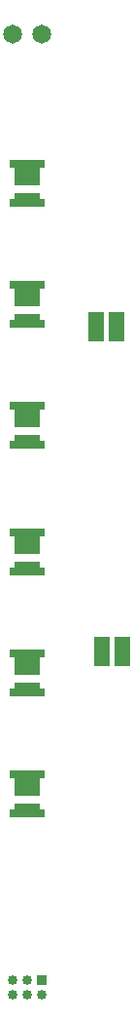
<source format=gts>
%FSLAX34Y34*%
G04 Gerber Fmt 3.4, Leading zero omitted, Abs format*
G04 (created by PCBNEW (2014-05-27 BZR 4891)-product) date Wed 28 May 2014 03:44:09 AM CEST*
%MOIN*%
G01*
G70*
G90*
G04 APERTURE LIST*
%ADD10C,0.005906*%
%ADD11R,0.033465X0.033465*%
%ADD12C,0.033465*%
%ADD13R,0.090551X0.060236*%
%ADD14R,0.124016X0.027559*%
%ADD15R,0.090551X0.022835*%
%ADD16R,0.055118X0.098425*%
%ADD17C,0.065000*%
G04 APERTURE END LIST*
G54D10*
G54D11*
X28452Y-51639D03*
G54D12*
X28452Y-52139D03*
X27952Y-51639D03*
X27952Y-52139D03*
X27452Y-51639D03*
X27452Y-52139D03*
G54D13*
X27952Y-45027D03*
G54D14*
X27952Y-44610D03*
G54D15*
X27952Y-45708D03*
G54D14*
X27952Y-45937D03*
G54D13*
X27952Y-40893D03*
G54D14*
X27952Y-40476D03*
G54D15*
X27952Y-41574D03*
G54D14*
X27952Y-41803D03*
G54D13*
X27952Y-36759D03*
G54D14*
X27952Y-36342D03*
G54D15*
X27952Y-37440D03*
G54D14*
X27952Y-37669D03*
G54D13*
X27952Y-32429D03*
G54D14*
X27952Y-32011D03*
G54D15*
X27952Y-33110D03*
G54D14*
X27952Y-33338D03*
G54D13*
X27952Y-28295D03*
G54D14*
X27952Y-27877D03*
G54D15*
X27952Y-28976D03*
G54D14*
X27952Y-29204D03*
G54D13*
X27952Y-24161D03*
G54D14*
X27952Y-23744D03*
G54D15*
X27952Y-24842D03*
G54D14*
X27952Y-25070D03*
G54D16*
X30511Y-40393D03*
X31220Y-40393D03*
X30314Y-29291D03*
X31023Y-29291D03*
G54D17*
X28452Y-19291D03*
X27452Y-19291D03*
M02*

</source>
